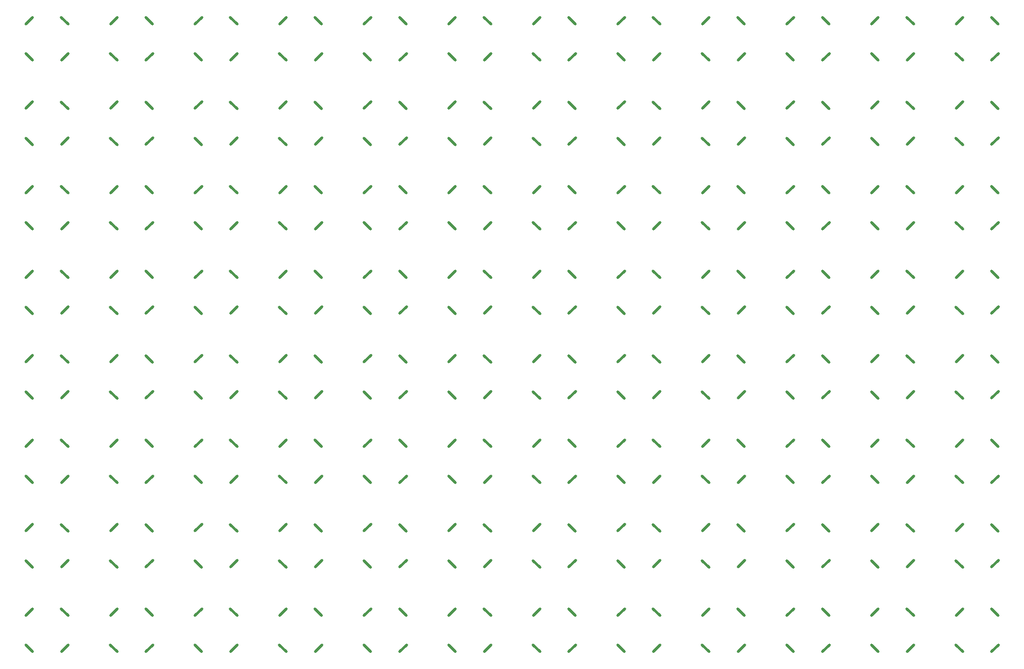
<source format=gbr>
G04 DipTrace 2.4.0.2*
%INroutetab.gbr*%
%MOIN*%
%ADD17C,0.0197*%
%FSLAX44Y44*%
G04*
G70*
G90*
G75*
G01*
%LNroutetab*%
%LPD*%
X6655Y7195D2*
D17*
X7167Y6696D1*
X4002Y4500D2*
X4514Y4001D1*
X7189Y4515D2*
X6677Y4016D1*
X4529Y7212D2*
X4017Y6712D1*
X12975Y7195D2*
X13487Y6696D1*
X10322Y4500D2*
X10834Y4001D1*
X13509Y4515D2*
X12997Y4016D1*
X10849Y7212D2*
X10337Y6712D1*
X19295Y7195D2*
X19807Y6696D1*
X16642Y4500D2*
X17154Y4001D1*
X19829Y4515D2*
X19317Y4016D1*
X17169Y7212D2*
X16657Y6712D1*
X25615Y7195D2*
X26127Y6696D1*
X22962Y4500D2*
X23474Y4001D1*
X26149Y4515D2*
X25637Y4016D1*
X23489Y7212D2*
X22977Y6712D1*
X31935Y7195D2*
X32447Y6696D1*
X29282Y4500D2*
X29794Y4001D1*
X32469Y4515D2*
X31957Y4016D1*
X29809Y7212D2*
X29297Y6712D1*
X38255Y7195D2*
X38767Y6696D1*
X35602Y4500D2*
X36114Y4001D1*
X38789Y4515D2*
X38277Y4016D1*
X36129Y7212D2*
X35617Y6712D1*
X44575Y7195D2*
X45087Y6696D1*
X41922Y4500D2*
X42434Y4001D1*
X45109Y4515D2*
X44597Y4016D1*
X42449Y7212D2*
X41937Y6712D1*
X50895Y7195D2*
X51407Y6696D1*
X48242Y4500D2*
X48754Y4001D1*
X51429Y4515D2*
X50917Y4016D1*
X48769Y7212D2*
X48257Y6712D1*
X57215Y7195D2*
X57727Y6696D1*
X54562Y4500D2*
X55074Y4001D1*
X57749Y4515D2*
X57237Y4016D1*
X55089Y7212D2*
X54577Y6712D1*
X63535Y7195D2*
X64047Y6696D1*
X60882Y4500D2*
X61394Y4001D1*
X64069Y4515D2*
X63557Y4016D1*
X61409Y7212D2*
X60897Y6712D1*
X69855Y7195D2*
X70367Y6696D1*
X67202Y4500D2*
X67714Y4001D1*
X70389Y4515D2*
X69877Y4016D1*
X67729Y7212D2*
X67217Y6712D1*
X76175Y7195D2*
X76687Y6696D1*
X73522Y4500D2*
X74034Y4001D1*
X76709Y4515D2*
X76197Y4016D1*
X74049Y7212D2*
X73537Y6712D1*
X6655Y13515D2*
X7167Y13016D1*
X4002Y10820D2*
X4514Y10321D1*
X7189Y10835D2*
X6677Y10336D1*
X4529Y13532D2*
X4017Y13032D1*
X12975Y13515D2*
X13487Y13016D1*
X10322Y10820D2*
X10834Y10321D1*
X13509Y10835D2*
X12997Y10336D1*
X10849Y13532D2*
X10337Y13032D1*
X19295Y13515D2*
X19807Y13016D1*
X16642Y10820D2*
X17154Y10321D1*
X19829Y10835D2*
X19317Y10336D1*
X17169Y13532D2*
X16657Y13032D1*
X25615Y13515D2*
X26127Y13016D1*
X22962Y10820D2*
X23474Y10321D1*
X26149Y10835D2*
X25637Y10336D1*
X23489Y13532D2*
X22977Y13032D1*
X31935Y13515D2*
X32447Y13016D1*
X29282Y10820D2*
X29794Y10321D1*
X32469Y10835D2*
X31957Y10336D1*
X29809Y13532D2*
X29297Y13032D1*
X38255Y13515D2*
X38767Y13016D1*
X35602Y10820D2*
X36114Y10321D1*
X38789Y10835D2*
X38277Y10336D1*
X36129Y13532D2*
X35617Y13032D1*
X44575Y13515D2*
X45087Y13016D1*
X41922Y10820D2*
X42434Y10321D1*
X45109Y10835D2*
X44597Y10336D1*
X42449Y13532D2*
X41937Y13032D1*
X50895Y13515D2*
X51407Y13016D1*
X48242Y10820D2*
X48754Y10321D1*
X51429Y10835D2*
X50917Y10336D1*
X48769Y13532D2*
X48257Y13032D1*
X57215Y13515D2*
X57727Y13016D1*
X54562Y10820D2*
X55074Y10321D1*
X57749Y10835D2*
X57237Y10336D1*
X55089Y13532D2*
X54577Y13032D1*
X63535Y13515D2*
X64047Y13016D1*
X60882Y10820D2*
X61394Y10321D1*
X64069Y10835D2*
X63557Y10336D1*
X61409Y13532D2*
X60897Y13032D1*
X69855Y13515D2*
X70367Y13016D1*
X67202Y10820D2*
X67714Y10321D1*
X70389Y10835D2*
X69877Y10336D1*
X67729Y13532D2*
X67217Y13032D1*
X76175Y13515D2*
X76687Y13016D1*
X73522Y10820D2*
X74034Y10321D1*
X76709Y10835D2*
X76197Y10336D1*
X74049Y13532D2*
X73537Y13032D1*
X6655Y19835D2*
X7167Y19336D1*
X4002Y17140D2*
X4514Y16641D1*
X7189Y17155D2*
X6677Y16656D1*
X4529Y19852D2*
X4017Y19352D1*
X12975Y19835D2*
X13487Y19336D1*
X10322Y17140D2*
X10834Y16641D1*
X13509Y17155D2*
X12997Y16656D1*
X10849Y19852D2*
X10337Y19352D1*
X19295Y19835D2*
X19807Y19336D1*
X16642Y17140D2*
X17154Y16641D1*
X19829Y17155D2*
X19317Y16656D1*
X17169Y19852D2*
X16657Y19352D1*
X25615Y19835D2*
X26127Y19336D1*
X22962Y17140D2*
X23474Y16641D1*
X26149Y17155D2*
X25637Y16656D1*
X23489Y19852D2*
X22977Y19352D1*
X31935Y19835D2*
X32447Y19336D1*
X29282Y17140D2*
X29794Y16641D1*
X32469Y17155D2*
X31957Y16656D1*
X29809Y19852D2*
X29297Y19352D1*
X38255Y19835D2*
X38767Y19336D1*
X35602Y17140D2*
X36114Y16641D1*
X38789Y17155D2*
X38277Y16656D1*
X36129Y19852D2*
X35617Y19352D1*
X44575Y19835D2*
X45087Y19336D1*
X41922Y17140D2*
X42434Y16641D1*
X45109Y17155D2*
X44597Y16656D1*
X42449Y19852D2*
X41937Y19352D1*
X50895Y19835D2*
X51407Y19336D1*
X48242Y17140D2*
X48754Y16641D1*
X51429Y17155D2*
X50917Y16656D1*
X48769Y19852D2*
X48257Y19352D1*
X57215Y19835D2*
X57727Y19336D1*
X54562Y17140D2*
X55074Y16641D1*
X57749Y17155D2*
X57237Y16656D1*
X55089Y19852D2*
X54577Y19352D1*
X63535Y19835D2*
X64047Y19336D1*
X60882Y17140D2*
X61394Y16641D1*
X64069Y17155D2*
X63557Y16656D1*
X61409Y19852D2*
X60897Y19352D1*
X69855Y19835D2*
X70367Y19336D1*
X67202Y17140D2*
X67714Y16641D1*
X70389Y17155D2*
X69877Y16656D1*
X67729Y19852D2*
X67217Y19352D1*
X76175Y19835D2*
X76687Y19336D1*
X73522Y17140D2*
X74034Y16641D1*
X76709Y17155D2*
X76197Y16656D1*
X74049Y19852D2*
X73537Y19352D1*
X6655Y26155D2*
X7167Y25656D1*
X4002Y23460D2*
X4514Y22961D1*
X7189Y23475D2*
X6677Y22976D1*
X4529Y26172D2*
X4017Y25672D1*
X12975Y26155D2*
X13487Y25656D1*
X10322Y23460D2*
X10834Y22961D1*
X13509Y23475D2*
X12997Y22976D1*
X10849Y26172D2*
X10337Y25672D1*
X19295Y26155D2*
X19807Y25656D1*
X16642Y23460D2*
X17154Y22961D1*
X19829Y23475D2*
X19317Y22976D1*
X17169Y26172D2*
X16657Y25672D1*
X25615Y26155D2*
X26127Y25656D1*
X22962Y23460D2*
X23474Y22961D1*
X26149Y23475D2*
X25637Y22976D1*
X23489Y26172D2*
X22977Y25672D1*
X31935Y26155D2*
X32447Y25656D1*
X29282Y23460D2*
X29794Y22961D1*
X32469Y23475D2*
X31957Y22976D1*
X29809Y26172D2*
X29297Y25672D1*
X38255Y26155D2*
X38767Y25656D1*
X35602Y23460D2*
X36114Y22961D1*
X38789Y23475D2*
X38277Y22976D1*
X36129Y26172D2*
X35617Y25672D1*
X44575Y26155D2*
X45087Y25656D1*
X41922Y23460D2*
X42434Y22961D1*
X45109Y23475D2*
X44597Y22976D1*
X42449Y26172D2*
X41937Y25672D1*
X50895Y26155D2*
X51407Y25656D1*
X48242Y23460D2*
X48754Y22961D1*
X51429Y23475D2*
X50917Y22976D1*
X48769Y26172D2*
X48257Y25672D1*
X57215Y26155D2*
X57727Y25656D1*
X54562Y23460D2*
X55074Y22961D1*
X57749Y23475D2*
X57237Y22976D1*
X55089Y26172D2*
X54577Y25672D1*
X63535Y26155D2*
X64047Y25656D1*
X60882Y23460D2*
X61394Y22961D1*
X64069Y23475D2*
X63557Y22976D1*
X61409Y26172D2*
X60897Y25672D1*
X69855Y26155D2*
X70367Y25656D1*
X67202Y23460D2*
X67714Y22961D1*
X70389Y23475D2*
X69877Y22976D1*
X67729Y26172D2*
X67217Y25672D1*
X76175Y26155D2*
X76687Y25656D1*
X73522Y23460D2*
X74034Y22961D1*
X76709Y23475D2*
X76197Y22976D1*
X74049Y26172D2*
X73537Y25672D1*
X6655Y32475D2*
X7167Y31976D1*
X4002Y29780D2*
X4514Y29281D1*
X7189Y29795D2*
X6677Y29296D1*
X4529Y32492D2*
X4017Y31992D1*
X12975Y32475D2*
X13487Y31976D1*
X10322Y29780D2*
X10834Y29281D1*
X13509Y29795D2*
X12997Y29296D1*
X10849Y32492D2*
X10337Y31992D1*
X19295Y32475D2*
X19807Y31976D1*
X16642Y29780D2*
X17154Y29281D1*
X19829Y29795D2*
X19317Y29296D1*
X17169Y32492D2*
X16657Y31992D1*
X25615Y32475D2*
X26127Y31976D1*
X22962Y29780D2*
X23474Y29281D1*
X26149Y29795D2*
X25637Y29296D1*
X23489Y32492D2*
X22977Y31992D1*
X31935Y32475D2*
X32447Y31976D1*
X29282Y29780D2*
X29794Y29281D1*
X32469Y29795D2*
X31957Y29296D1*
X29809Y32492D2*
X29297Y31992D1*
X38255Y32475D2*
X38767Y31976D1*
X35602Y29780D2*
X36114Y29281D1*
X38789Y29795D2*
X38277Y29296D1*
X36129Y32492D2*
X35617Y31992D1*
X44575Y32475D2*
X45087Y31976D1*
X41922Y29780D2*
X42434Y29281D1*
X45109Y29795D2*
X44597Y29296D1*
X42449Y32492D2*
X41937Y31992D1*
X50895Y32475D2*
X51407Y31976D1*
X48242Y29780D2*
X48754Y29281D1*
X51429Y29795D2*
X50917Y29296D1*
X48769Y32492D2*
X48257Y31992D1*
X57215Y32475D2*
X57727Y31976D1*
X54562Y29780D2*
X55074Y29281D1*
X57749Y29795D2*
X57237Y29296D1*
X55089Y32492D2*
X54577Y31992D1*
X63535Y32475D2*
X64047Y31976D1*
X60882Y29780D2*
X61394Y29281D1*
X64069Y29795D2*
X63557Y29296D1*
X61409Y32492D2*
X60897Y31992D1*
X69855Y32475D2*
X70367Y31976D1*
X67202Y29780D2*
X67714Y29281D1*
X70389Y29795D2*
X69877Y29296D1*
X67729Y32492D2*
X67217Y31992D1*
X76175Y32475D2*
X76687Y31976D1*
X73522Y29780D2*
X74034Y29281D1*
X76709Y29795D2*
X76197Y29296D1*
X74049Y32492D2*
X73537Y31992D1*
X6655Y38795D2*
X7167Y38296D1*
X4002Y36100D2*
X4514Y35601D1*
X7189Y36115D2*
X6677Y35616D1*
X4529Y38812D2*
X4017Y38312D1*
X12975Y38795D2*
X13487Y38296D1*
X10322Y36100D2*
X10834Y35601D1*
X13509Y36115D2*
X12997Y35616D1*
X10849Y38812D2*
X10337Y38312D1*
X19295Y38795D2*
X19807Y38296D1*
X16642Y36100D2*
X17154Y35601D1*
X19829Y36115D2*
X19317Y35616D1*
X17169Y38812D2*
X16657Y38312D1*
X25615Y38795D2*
X26127Y38296D1*
X22962Y36100D2*
X23474Y35601D1*
X26149Y36115D2*
X25637Y35616D1*
X23489Y38812D2*
X22977Y38312D1*
X31935Y38795D2*
X32447Y38296D1*
X29282Y36100D2*
X29794Y35601D1*
X32469Y36115D2*
X31957Y35616D1*
X29809Y38812D2*
X29297Y38312D1*
X38255Y38795D2*
X38767Y38296D1*
X35602Y36100D2*
X36114Y35601D1*
X38789Y36115D2*
X38277Y35616D1*
X36129Y38812D2*
X35617Y38312D1*
X44575Y38795D2*
X45087Y38296D1*
X41922Y36100D2*
X42434Y35601D1*
X45109Y36115D2*
X44597Y35616D1*
X42449Y38812D2*
X41937Y38312D1*
X50895Y38795D2*
X51407Y38296D1*
X48242Y36100D2*
X48754Y35601D1*
X51429Y36115D2*
X50917Y35616D1*
X48769Y38812D2*
X48257Y38312D1*
X57215Y38795D2*
X57727Y38296D1*
X54562Y36100D2*
X55074Y35601D1*
X57749Y36115D2*
X57237Y35616D1*
X55089Y38812D2*
X54577Y38312D1*
X63535Y38795D2*
X64047Y38296D1*
X60882Y36100D2*
X61394Y35601D1*
X64069Y36115D2*
X63557Y35616D1*
X61409Y38812D2*
X60897Y38312D1*
X69855Y38795D2*
X70367Y38296D1*
X67202Y36100D2*
X67714Y35601D1*
X70389Y36115D2*
X69877Y35616D1*
X67729Y38812D2*
X67217Y38312D1*
X76175Y38795D2*
X76687Y38296D1*
X73522Y36100D2*
X74034Y35601D1*
X76709Y36115D2*
X76197Y35616D1*
X74049Y38812D2*
X73537Y38312D1*
X6655Y45115D2*
X7167Y44616D1*
X4002Y42420D2*
X4514Y41921D1*
X7189Y42435D2*
X6677Y41936D1*
X4529Y45132D2*
X4017Y44632D1*
X12975Y45115D2*
X13487Y44616D1*
X10322Y42420D2*
X10834Y41921D1*
X13509Y42435D2*
X12997Y41936D1*
X10849Y45132D2*
X10337Y44632D1*
X19295Y45115D2*
X19807Y44616D1*
X16642Y42420D2*
X17154Y41921D1*
X19829Y42435D2*
X19317Y41936D1*
X17169Y45132D2*
X16657Y44632D1*
X25615Y45115D2*
X26127Y44616D1*
X22962Y42420D2*
X23474Y41921D1*
X26149Y42435D2*
X25637Y41936D1*
X23489Y45132D2*
X22977Y44632D1*
X31935Y45115D2*
X32447Y44616D1*
X29282Y42420D2*
X29794Y41921D1*
X32469Y42435D2*
X31957Y41936D1*
X29809Y45132D2*
X29297Y44632D1*
X38255Y45115D2*
X38767Y44616D1*
X35602Y42420D2*
X36114Y41921D1*
X38789Y42435D2*
X38277Y41936D1*
X36129Y45132D2*
X35617Y44632D1*
X44575Y45115D2*
X45087Y44616D1*
X41922Y42420D2*
X42434Y41921D1*
X45109Y42435D2*
X44597Y41936D1*
X42449Y45132D2*
X41937Y44632D1*
X50895Y45115D2*
X51407Y44616D1*
X48242Y42420D2*
X48754Y41921D1*
X51429Y42435D2*
X50917Y41936D1*
X48769Y45132D2*
X48257Y44632D1*
X57215Y45115D2*
X57727Y44616D1*
X54562Y42420D2*
X55074Y41921D1*
X57749Y42435D2*
X57237Y41936D1*
X55089Y45132D2*
X54577Y44632D1*
X63535Y45115D2*
X64047Y44616D1*
X60882Y42420D2*
X61394Y41921D1*
X64069Y42435D2*
X63557Y41936D1*
X61409Y45132D2*
X60897Y44632D1*
X69855Y45115D2*
X70367Y44616D1*
X67202Y42420D2*
X67714Y41921D1*
X70389Y42435D2*
X69877Y41936D1*
X67729Y45132D2*
X67217Y44632D1*
X76175Y45115D2*
X76687Y44616D1*
X73522Y42420D2*
X74034Y41921D1*
X76709Y42435D2*
X76197Y41936D1*
X74049Y45132D2*
X73537Y44632D1*
X6655Y51435D2*
X7167Y50936D1*
X4002Y48740D2*
X4514Y48241D1*
X7189Y48755D2*
X6677Y48256D1*
X4529Y51452D2*
X4017Y50952D1*
X12975Y51435D2*
X13487Y50936D1*
X10322Y48740D2*
X10834Y48241D1*
X13509Y48755D2*
X12997Y48256D1*
X10849Y51452D2*
X10337Y50952D1*
X19295Y51435D2*
X19807Y50936D1*
X16642Y48740D2*
X17154Y48241D1*
X19829Y48755D2*
X19317Y48256D1*
X17169Y51452D2*
X16657Y50952D1*
X25615Y51435D2*
X26127Y50936D1*
X22962Y48740D2*
X23474Y48241D1*
X26149Y48755D2*
X25637Y48256D1*
X23489Y51452D2*
X22977Y50952D1*
X31935Y51435D2*
X32447Y50936D1*
X29282Y48740D2*
X29794Y48241D1*
X32469Y48755D2*
X31957Y48256D1*
X29809Y51452D2*
X29297Y50952D1*
X38255Y51435D2*
X38767Y50936D1*
X35602Y48740D2*
X36114Y48241D1*
X38789Y48755D2*
X38277Y48256D1*
X36129Y51452D2*
X35617Y50952D1*
X44575Y51435D2*
X45087Y50936D1*
X41922Y48740D2*
X42434Y48241D1*
X45109Y48755D2*
X44597Y48256D1*
X42449Y51452D2*
X41937Y50952D1*
X50895Y51435D2*
X51407Y50936D1*
X48242Y48740D2*
X48754Y48241D1*
X51429Y48755D2*
X50917Y48256D1*
X48769Y51452D2*
X48257Y50952D1*
X57215Y51435D2*
X57727Y50936D1*
X54562Y48740D2*
X55074Y48241D1*
X57749Y48755D2*
X57237Y48256D1*
X55089Y51452D2*
X54577Y50952D1*
X63535Y51435D2*
X64047Y50936D1*
X60882Y48740D2*
X61394Y48241D1*
X64069Y48755D2*
X63557Y48256D1*
X61409Y51452D2*
X60897Y50952D1*
X69855Y51435D2*
X70367Y50936D1*
X67202Y48740D2*
X67714Y48241D1*
X70389Y48755D2*
X69877Y48256D1*
X67729Y51452D2*
X67217Y50952D1*
X76175Y51435D2*
X76687Y50936D1*
X73522Y48740D2*
X74034Y48241D1*
X76709Y48755D2*
X76197Y48256D1*
X74049Y51452D2*
X73537Y50952D1*
M02*

</source>
